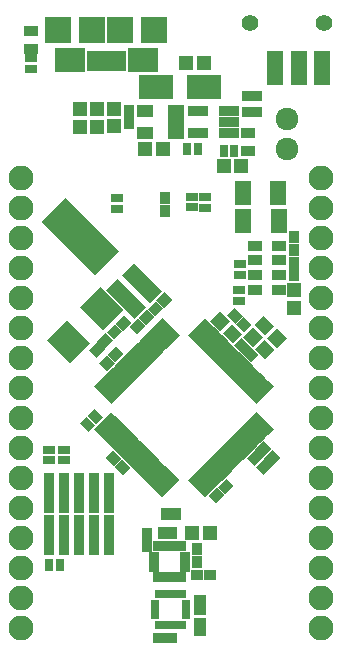
<source format=gbr>
G04 #@! TF.FileFunction,Soldermask,Top*
%FSLAX46Y46*%
G04 Gerber Fmt 4.6, Leading zero omitted, Abs format (unit mm)*
G04 Created by KiCad (PCBNEW 4.0.7) date 07/17/18 10:36:10*
%MOMM*%
%LPD*%
G01*
G04 APERTURE LIST*
%ADD10C,0.100000*%
%ADD11R,1.150000X1.200000*%
%ADD12R,0.900000X1.000000*%
%ADD13R,1.200000X1.150000*%
%ADD14R,1.000000X0.900000*%
%ADD15R,1.300000X0.900000*%
%ADD16R,2.900000X2.100000*%
%ADD17R,0.857200X3.397200*%
%ADD18C,1.924000*%
%ADD19R,0.800000X1.000000*%
%ADD20R,1.000000X0.800000*%
%ADD21R,0.654000X0.755600*%
%ADD22R,0.755600X0.654000*%
%ADD23R,0.710000X0.810000*%
%ADD24R,0.810000X0.710000*%
%ADD25R,1.238200X0.958800*%
%ADD26R,1.720800X0.958800*%
%ADD27R,1.420000X1.080000*%
%ADD28R,0.800000X1.750000*%
%ADD29R,2.500000X2.000000*%
%ADD30R,2.300000X2.300000*%
%ADD31R,1.100000X0.900000*%
%ADD32R,0.700000X0.600000*%
%ADD33R,0.900000X1.100000*%
%ADD34R,0.600000X0.700000*%
%ADD35R,1.400000X2.000000*%
%ADD36C,2.120000*%
%ADD37R,1.400000X2.900000*%
%ADD38C,1.400000*%
%ADD39R,0.699720X0.951180*%
G04 APERTURE END LIST*
D10*
X102854422Y-124428298D02*
X102092422Y-124428298D01*
X102854422Y-125828298D02*
X102854422Y-124428298D01*
X102092422Y-125828298D02*
X102854422Y-125828298D01*
X102092422Y-124428298D02*
X102092422Y-125828298D01*
X102331022Y-127069898D02*
X102635822Y-127069898D01*
X102331022Y-126866698D02*
X102331022Y-127069898D01*
X102635822Y-126866698D02*
X102331022Y-126866698D01*
X102635822Y-127069898D02*
X102635822Y-126866698D01*
X100720000Y-117851000D02*
X100720000Y-117089000D01*
X99320000Y-117851000D02*
X100720000Y-117851000D01*
X99320000Y-117089000D02*
X99320000Y-117851000D01*
X100720000Y-117089000D02*
X99320000Y-117089000D01*
X99835022Y-119220698D02*
X99835022Y-118915898D01*
X99631822Y-119220698D02*
X99835022Y-119220698D01*
X99631822Y-118915898D02*
X99631822Y-119220698D01*
X99835022Y-118915898D02*
X99631822Y-118915898D01*
G36*
X107832997Y-114099123D02*
X107196601Y-113462727D01*
X107903707Y-112755621D01*
X108540103Y-113392017D01*
X107832997Y-114099123D01*
X107832997Y-114099123D01*
G37*
G36*
X108575459Y-113356661D02*
X107939063Y-112720265D01*
X108646169Y-112013159D01*
X109282565Y-112649555D01*
X108575459Y-113356661D01*
X108575459Y-113356661D01*
G37*
G36*
X95395355Y-103238249D02*
X96031751Y-103874645D01*
X95324645Y-104581751D01*
X94688249Y-103945355D01*
X95395355Y-103238249D01*
X95395355Y-103238249D01*
G37*
G36*
X94652893Y-103980711D02*
X95289289Y-104617107D01*
X94582183Y-105324213D01*
X93945787Y-104687817D01*
X94652893Y-103980711D01*
X94652893Y-103980711D01*
G37*
G36*
X103880535Y-116521585D02*
X103244139Y-115885189D01*
X103951245Y-115178083D01*
X104587641Y-115814479D01*
X103880535Y-116521585D01*
X103880535Y-116521585D01*
G37*
G36*
X104622997Y-115779123D02*
X103986601Y-115142727D01*
X104693707Y-114435621D01*
X105330103Y-115072017D01*
X104622997Y-115779123D01*
X104622997Y-115779123D01*
G37*
G36*
X107072997Y-113339123D02*
X106436601Y-112702727D01*
X107143707Y-111995621D01*
X107780103Y-112632017D01*
X107072997Y-113339123D01*
X107072997Y-113339123D01*
G37*
G36*
X107815459Y-112596661D02*
X107179063Y-111960265D01*
X107886169Y-111253159D01*
X108522565Y-111889555D01*
X107815459Y-112596661D01*
X107815459Y-112596661D01*
G37*
G36*
X106880103Y-101422727D02*
X106243707Y-102059123D01*
X105536601Y-101352017D01*
X106172997Y-100715621D01*
X106880103Y-101422727D01*
X106880103Y-101422727D01*
G37*
G36*
X106137641Y-100680265D02*
X105501245Y-101316661D01*
X104794139Y-100609555D01*
X105430535Y-99973159D01*
X106137641Y-100680265D01*
X106137641Y-100680265D01*
G37*
G36*
X106069862Y-102165710D02*
X105256690Y-102978882D01*
X104408162Y-102130354D01*
X105221334Y-101317182D01*
X106069862Y-102165710D01*
X106069862Y-102165710D01*
G37*
G36*
X105009202Y-101105050D02*
X104196030Y-101918222D01*
X103347502Y-101069694D01*
X104160674Y-100256522D01*
X105009202Y-101105050D01*
X105009202Y-101105050D01*
G37*
G36*
X96594213Y-113497817D02*
X95957817Y-114134213D01*
X95250711Y-113427107D01*
X95887107Y-112790711D01*
X96594213Y-113497817D01*
X96594213Y-113497817D01*
G37*
G36*
X95851751Y-112755355D02*
X95215355Y-113391751D01*
X94508249Y-112684645D01*
X95144645Y-112048249D01*
X95851751Y-112755355D01*
X95851751Y-112755355D01*
G37*
G36*
X105356601Y-103142017D02*
X105992997Y-102505621D01*
X106700103Y-103212727D01*
X106063707Y-103849123D01*
X105356601Y-103142017D01*
X105356601Y-103142017D01*
G37*
G36*
X106099063Y-103884479D02*
X106735459Y-103248083D01*
X107442565Y-103955189D01*
X106806169Y-104591585D01*
X106099063Y-103884479D01*
X106099063Y-103884479D01*
G37*
G36*
X106117502Y-102429694D02*
X106930674Y-101616522D01*
X107779202Y-102465050D01*
X106966030Y-103278222D01*
X106117502Y-102429694D01*
X106117502Y-102429694D01*
G37*
G36*
X107178162Y-103490354D02*
X107991334Y-102677182D01*
X108839862Y-103525710D01*
X108026690Y-104338882D01*
X107178162Y-103490354D01*
X107178162Y-103490354D01*
G37*
G36*
X107097502Y-101459694D02*
X107910674Y-100646522D01*
X108759202Y-101495050D01*
X107946030Y-102308222D01*
X107097502Y-101459694D01*
X107097502Y-101459694D01*
G37*
G36*
X108158162Y-102520354D02*
X108971334Y-101707182D01*
X109819862Y-102555710D01*
X109006690Y-103368882D01*
X108158162Y-102520354D01*
X108158162Y-102520354D01*
G37*
D11*
X92340000Y-83160000D03*
X92340000Y-84660000D03*
X93780000Y-83140000D03*
X93780000Y-84640000D03*
X95180000Y-83120000D03*
X95180000Y-84620000D03*
D12*
X99560000Y-90710000D03*
X99560000Y-91760000D03*
D10*
G36*
X94505355Y-102098249D02*
X95141751Y-102734645D01*
X94434645Y-103441751D01*
X93798249Y-102805355D01*
X94505355Y-102098249D01*
X94505355Y-102098249D01*
G37*
G36*
X93762893Y-102840711D02*
X94399289Y-103477107D01*
X93692183Y-104184213D01*
X93055787Y-103547817D01*
X93762893Y-102840711D01*
X93762893Y-102840711D01*
G37*
G36*
X95214645Y-102681751D02*
X94578249Y-102045355D01*
X95285355Y-101338249D01*
X95921751Y-101974645D01*
X95214645Y-102681751D01*
X95214645Y-102681751D01*
G37*
G36*
X95957107Y-101939289D02*
X95320711Y-101302893D01*
X96027817Y-100595787D01*
X96664213Y-101232183D01*
X95957107Y-101939289D01*
X95957107Y-101939289D01*
G37*
G36*
X99493707Y-98635621D02*
X100130103Y-99272017D01*
X99422997Y-99979123D01*
X98786601Y-99342727D01*
X99493707Y-98635621D01*
X99493707Y-98635621D01*
G37*
G36*
X98751245Y-99378083D02*
X99387641Y-100014479D01*
X98680535Y-100721585D01*
X98044139Y-100085189D01*
X98751245Y-99378083D01*
X98751245Y-99378083D01*
G37*
G36*
X97993707Y-100115621D02*
X98630103Y-100752017D01*
X97922997Y-101459123D01*
X97286601Y-100822727D01*
X97993707Y-100115621D01*
X97993707Y-100115621D01*
G37*
G36*
X97251245Y-100858083D02*
X97887641Y-101494479D01*
X97180535Y-102201585D01*
X96544139Y-101565189D01*
X97251245Y-100858083D01*
X97251245Y-100858083D01*
G37*
D13*
X101840000Y-119030000D03*
X103340000Y-119030000D03*
D12*
X110451380Y-93997684D03*
X110451380Y-95047684D03*
X102213422Y-121478298D03*
X102213422Y-120428298D03*
D14*
X98983422Y-127928298D03*
X100033422Y-127928298D03*
D11*
X110451380Y-98457684D03*
X110451380Y-99957684D03*
D12*
X97990000Y-120150000D03*
X97990000Y-119100000D03*
X110441380Y-97207684D03*
X110441380Y-96157684D03*
D14*
X102263422Y-122638298D03*
X103313422Y-122638298D03*
D13*
X104490000Y-87940000D03*
X105990000Y-87940000D03*
X102800000Y-79260000D03*
X101300000Y-79260000D03*
X97830000Y-86550000D03*
X99330000Y-86550000D03*
D12*
X96440000Y-83280000D03*
X96440000Y-84330000D03*
D15*
X106570000Y-85200000D03*
X106570000Y-86700000D03*
D16*
X98800000Y-81250000D03*
X102800000Y-81250000D03*
D17*
X89728352Y-115691372D03*
X89728352Y-119247372D03*
X90998352Y-115691372D03*
X90998352Y-119247372D03*
X92268352Y-115691372D03*
X92268352Y-119247372D03*
X93538352Y-115691372D03*
X93538352Y-119247372D03*
X94808352Y-115691372D03*
X94808352Y-119247372D03*
D18*
X109860000Y-84010000D03*
X109860000Y-86510000D03*
D19*
X90628352Y-121717372D03*
X89728352Y-121717372D03*
D20*
X89718352Y-111977372D03*
X89718352Y-112877372D03*
D10*
G36*
X93547641Y-108550976D02*
X94254748Y-109258083D01*
X93689063Y-109823768D01*
X92981956Y-109116661D01*
X93547641Y-108550976D01*
X93547641Y-108550976D01*
G37*
G36*
X92911245Y-109187372D02*
X93618352Y-109894479D01*
X93052667Y-110460164D01*
X92345560Y-109753057D01*
X92911245Y-109187372D01*
X92911245Y-109187372D01*
G37*
D20*
X90998352Y-111977372D03*
X90998352Y-112877372D03*
X105871380Y-96297684D03*
X105871380Y-97197684D03*
X105811380Y-99357684D03*
X105811380Y-98457684D03*
X101780000Y-91480000D03*
X101780000Y-90580000D03*
X102870000Y-91490000D03*
X102870000Y-90590000D03*
X95460000Y-90700000D03*
X95460000Y-91600000D03*
D19*
X105380000Y-86700000D03*
X104480000Y-86700000D03*
X101410000Y-86510000D03*
X102310000Y-86510000D03*
D10*
G36*
X101951041Y-114092954D02*
X103410297Y-115552210D01*
X102929889Y-116032618D01*
X101470633Y-114573362D01*
X101951041Y-114092954D01*
X101951041Y-114092954D01*
G37*
G36*
X102304594Y-113739401D02*
X103763850Y-115198657D01*
X103283442Y-115679065D01*
X101824186Y-114219809D01*
X102304594Y-113739401D01*
X102304594Y-113739401D01*
G37*
G36*
X102658148Y-113385847D02*
X104117404Y-114845103D01*
X103636996Y-115325511D01*
X102177740Y-113866255D01*
X102658148Y-113385847D01*
X102658148Y-113385847D01*
G37*
G36*
X103011700Y-113032294D02*
X104470956Y-114491550D01*
X103990548Y-114971958D01*
X102531292Y-113512702D01*
X103011700Y-113032294D01*
X103011700Y-113032294D01*
G37*
G36*
X103365255Y-112678739D02*
X104824511Y-114137995D01*
X104344103Y-114618403D01*
X102884847Y-113159147D01*
X103365255Y-112678739D01*
X103365255Y-112678739D01*
G37*
G36*
X103718808Y-112325187D02*
X105178064Y-113784443D01*
X104697656Y-114264851D01*
X103238400Y-112805595D01*
X103718808Y-112325187D01*
X103718808Y-112325187D01*
G37*
G36*
X104072361Y-111971634D02*
X105531617Y-113430890D01*
X105051209Y-113911298D01*
X103591953Y-112452042D01*
X104072361Y-111971634D01*
X104072361Y-111971634D01*
G37*
G36*
X104425915Y-111618080D02*
X105885171Y-113077336D01*
X105404763Y-113557744D01*
X103945507Y-112098488D01*
X104425915Y-111618080D01*
X104425915Y-111618080D01*
G37*
G36*
X104779468Y-111264527D02*
X106238724Y-112723783D01*
X105758316Y-113204191D01*
X104299060Y-111744935D01*
X104779468Y-111264527D01*
X104779468Y-111264527D01*
G37*
G36*
X105133022Y-110910973D02*
X106592278Y-112370229D01*
X106111870Y-112850637D01*
X104652614Y-111391381D01*
X105133022Y-110910973D01*
X105133022Y-110910973D01*
G37*
G36*
X105486575Y-110557420D02*
X106945831Y-112016676D01*
X106465423Y-112497084D01*
X105006167Y-111037828D01*
X105486575Y-110557420D01*
X105486575Y-110557420D01*
G37*
G36*
X105840127Y-110203867D02*
X107299383Y-111663123D01*
X106818975Y-112143531D01*
X105359719Y-110684275D01*
X105840127Y-110203867D01*
X105840127Y-110203867D01*
G37*
G36*
X106193682Y-109850312D02*
X107652938Y-111309568D01*
X107172530Y-111789976D01*
X105713274Y-110330720D01*
X106193682Y-109850312D01*
X106193682Y-109850312D01*
G37*
G36*
X106547235Y-109496760D02*
X108006491Y-110956016D01*
X107526083Y-111436424D01*
X106066827Y-109977168D01*
X106547235Y-109496760D01*
X106547235Y-109496760D01*
G37*
G36*
X106900789Y-109143206D02*
X108360045Y-110602462D01*
X107879637Y-111082870D01*
X106420381Y-109623614D01*
X106900789Y-109143206D01*
X106900789Y-109143206D01*
G37*
G36*
X107254342Y-108789653D02*
X108713598Y-110248909D01*
X108233190Y-110729317D01*
X106773934Y-109270061D01*
X107254342Y-108789653D01*
X107254342Y-108789653D01*
G37*
G36*
X108713598Y-106625835D02*
X107254342Y-108085091D01*
X106773934Y-107604683D01*
X108233190Y-106145427D01*
X108713598Y-106625835D01*
X108713598Y-106625835D01*
G37*
G36*
X108360045Y-106272282D02*
X106900789Y-107731538D01*
X106420381Y-107251130D01*
X107879637Y-105791874D01*
X108360045Y-106272282D01*
X108360045Y-106272282D01*
G37*
G36*
X108006491Y-105918728D02*
X106547235Y-107377984D01*
X106066827Y-106897576D01*
X107526083Y-105438320D01*
X108006491Y-105918728D01*
X108006491Y-105918728D01*
G37*
G36*
X107652938Y-105565176D02*
X106193682Y-107024432D01*
X105713274Y-106544024D01*
X107172530Y-105084768D01*
X107652938Y-105565176D01*
X107652938Y-105565176D01*
G37*
G36*
X107299383Y-105211621D02*
X105840127Y-106670877D01*
X105359719Y-106190469D01*
X106818975Y-104731213D01*
X107299383Y-105211621D01*
X107299383Y-105211621D01*
G37*
G36*
X106945831Y-104858068D02*
X105486575Y-106317324D01*
X105006167Y-105836916D01*
X106465423Y-104377660D01*
X106945831Y-104858068D01*
X106945831Y-104858068D01*
G37*
G36*
X106592278Y-104504515D02*
X105133022Y-105963771D01*
X104652614Y-105483363D01*
X106111870Y-104024107D01*
X106592278Y-104504515D01*
X106592278Y-104504515D01*
G37*
G36*
X106238724Y-104150961D02*
X104779468Y-105610217D01*
X104299060Y-105129809D01*
X105758316Y-103670553D01*
X106238724Y-104150961D01*
X106238724Y-104150961D01*
G37*
G36*
X105885171Y-103797408D02*
X104425915Y-105256664D01*
X103945507Y-104776256D01*
X105404763Y-103317000D01*
X105885171Y-103797408D01*
X105885171Y-103797408D01*
G37*
G36*
X105531617Y-103443854D02*
X104072361Y-104903110D01*
X103591953Y-104422702D01*
X105051209Y-102963446D01*
X105531617Y-103443854D01*
X105531617Y-103443854D01*
G37*
G36*
X105178064Y-103090301D02*
X103718808Y-104549557D01*
X103238400Y-104069149D01*
X104697656Y-102609893D01*
X105178064Y-103090301D01*
X105178064Y-103090301D01*
G37*
G36*
X104824511Y-102736749D02*
X103365255Y-104196005D01*
X102884847Y-103715597D01*
X104344103Y-102256341D01*
X104824511Y-102736749D01*
X104824511Y-102736749D01*
G37*
G36*
X104470956Y-102383194D02*
X103011700Y-103842450D01*
X102531292Y-103362042D01*
X103990548Y-101902786D01*
X104470956Y-102383194D01*
X104470956Y-102383194D01*
G37*
G36*
X104117404Y-102029641D02*
X102658148Y-103488897D01*
X102177740Y-103008489D01*
X103636996Y-101549233D01*
X104117404Y-102029641D01*
X104117404Y-102029641D01*
G37*
G36*
X103763850Y-101676087D02*
X102304594Y-103135343D01*
X101824186Y-102654935D01*
X103283442Y-101195679D01*
X103763850Y-101676087D01*
X103763850Y-101676087D01*
G37*
G36*
X103410297Y-101322534D02*
X101951041Y-102781790D01*
X101470633Y-102301382D01*
X102929889Y-100842126D01*
X103410297Y-101322534D01*
X103410297Y-101322534D01*
G37*
G36*
X99306815Y-100842126D02*
X100766071Y-102301382D01*
X100285663Y-102781790D01*
X98826407Y-101322534D01*
X99306815Y-100842126D01*
X99306815Y-100842126D01*
G37*
G36*
X98953262Y-101195679D02*
X100412518Y-102654935D01*
X99932110Y-103135343D01*
X98472854Y-101676087D01*
X98953262Y-101195679D01*
X98953262Y-101195679D01*
G37*
G36*
X98599708Y-101549233D02*
X100058964Y-103008489D01*
X99578556Y-103488897D01*
X98119300Y-102029641D01*
X98599708Y-101549233D01*
X98599708Y-101549233D01*
G37*
G36*
X98246156Y-101902786D02*
X99705412Y-103362042D01*
X99225004Y-103842450D01*
X97765748Y-102383194D01*
X98246156Y-101902786D01*
X98246156Y-101902786D01*
G37*
G36*
X97892601Y-102256341D02*
X99351857Y-103715597D01*
X98871449Y-104196005D01*
X97412193Y-102736749D01*
X97892601Y-102256341D01*
X97892601Y-102256341D01*
G37*
G36*
X97539048Y-102609893D02*
X98998304Y-104069149D01*
X98517896Y-104549557D01*
X97058640Y-103090301D01*
X97539048Y-102609893D01*
X97539048Y-102609893D01*
G37*
G36*
X97185495Y-102963446D02*
X98644751Y-104422702D01*
X98164343Y-104903110D01*
X96705087Y-103443854D01*
X97185495Y-102963446D01*
X97185495Y-102963446D01*
G37*
G36*
X96831941Y-103317000D02*
X98291197Y-104776256D01*
X97810789Y-105256664D01*
X96351533Y-103797408D01*
X96831941Y-103317000D01*
X96831941Y-103317000D01*
G37*
G36*
X96478388Y-103670553D02*
X97937644Y-105129809D01*
X97457236Y-105610217D01*
X95997980Y-104150961D01*
X96478388Y-103670553D01*
X96478388Y-103670553D01*
G37*
G36*
X96124834Y-104024107D02*
X97584090Y-105483363D01*
X97103682Y-105963771D01*
X95644426Y-104504515D01*
X96124834Y-104024107D01*
X96124834Y-104024107D01*
G37*
G36*
X95771281Y-104377660D02*
X97230537Y-105836916D01*
X96750129Y-106317324D01*
X95290873Y-104858068D01*
X95771281Y-104377660D01*
X95771281Y-104377660D01*
G37*
G36*
X95417729Y-104731213D02*
X96876985Y-106190469D01*
X96396577Y-106670877D01*
X94937321Y-105211621D01*
X95417729Y-104731213D01*
X95417729Y-104731213D01*
G37*
G36*
X95064174Y-105084768D02*
X96523430Y-106544024D01*
X96043022Y-107024432D01*
X94583766Y-105565176D01*
X95064174Y-105084768D01*
X95064174Y-105084768D01*
G37*
G36*
X94710621Y-105438320D02*
X96169877Y-106897576D01*
X95689469Y-107377984D01*
X94230213Y-105918728D01*
X94710621Y-105438320D01*
X94710621Y-105438320D01*
G37*
G36*
X94357067Y-105791874D02*
X95816323Y-107251130D01*
X95335915Y-107731538D01*
X93876659Y-106272282D01*
X94357067Y-105791874D01*
X94357067Y-105791874D01*
G37*
G36*
X94003514Y-106145427D02*
X95462770Y-107604683D01*
X94982362Y-108085091D01*
X93523106Y-106625835D01*
X94003514Y-106145427D01*
X94003514Y-106145427D01*
G37*
G36*
X95462770Y-109270061D02*
X94003514Y-110729317D01*
X93523106Y-110248909D01*
X94982362Y-108789653D01*
X95462770Y-109270061D01*
X95462770Y-109270061D01*
G37*
G36*
X95816323Y-109623614D02*
X94357067Y-111082870D01*
X93876659Y-110602462D01*
X95335915Y-109143206D01*
X95816323Y-109623614D01*
X95816323Y-109623614D01*
G37*
G36*
X96169877Y-109977168D02*
X94710621Y-111436424D01*
X94230213Y-110956016D01*
X95689469Y-109496760D01*
X96169877Y-109977168D01*
X96169877Y-109977168D01*
G37*
G36*
X96523430Y-110330720D02*
X95064174Y-111789976D01*
X94583766Y-111309568D01*
X96043022Y-109850312D01*
X96523430Y-110330720D01*
X96523430Y-110330720D01*
G37*
G36*
X96876985Y-110684275D02*
X95417729Y-112143531D01*
X94937321Y-111663123D01*
X96396577Y-110203867D01*
X96876985Y-110684275D01*
X96876985Y-110684275D01*
G37*
G36*
X97230537Y-111037828D02*
X95771281Y-112497084D01*
X95290873Y-112016676D01*
X96750129Y-110557420D01*
X97230537Y-111037828D01*
X97230537Y-111037828D01*
G37*
G36*
X97584090Y-111391381D02*
X96124834Y-112850637D01*
X95644426Y-112370229D01*
X97103682Y-110910973D01*
X97584090Y-111391381D01*
X97584090Y-111391381D01*
G37*
G36*
X97937644Y-111744935D02*
X96478388Y-113204191D01*
X95997980Y-112723783D01*
X97457236Y-111264527D01*
X97937644Y-111744935D01*
X97937644Y-111744935D01*
G37*
G36*
X98291197Y-112098488D02*
X96831941Y-113557744D01*
X96351533Y-113077336D01*
X97810789Y-111618080D01*
X98291197Y-112098488D01*
X98291197Y-112098488D01*
G37*
G36*
X98644751Y-112452042D02*
X97185495Y-113911298D01*
X96705087Y-113430890D01*
X98164343Y-111971634D01*
X98644751Y-112452042D01*
X98644751Y-112452042D01*
G37*
G36*
X98998304Y-112805595D02*
X97539048Y-114264851D01*
X97058640Y-113784443D01*
X98517896Y-112325187D01*
X98998304Y-112805595D01*
X98998304Y-112805595D01*
G37*
G36*
X99351857Y-113159147D02*
X97892601Y-114618403D01*
X97412193Y-114137995D01*
X98871449Y-112678739D01*
X99351857Y-113159147D01*
X99351857Y-113159147D01*
G37*
G36*
X99705412Y-113512702D02*
X98246156Y-114971958D01*
X97765748Y-114491550D01*
X99225004Y-113032294D01*
X99705412Y-113512702D01*
X99705412Y-113512702D01*
G37*
G36*
X100058964Y-113866255D02*
X98599708Y-115325511D01*
X98119300Y-114845103D01*
X99578556Y-113385847D01*
X100058964Y-113866255D01*
X100058964Y-113866255D01*
G37*
G36*
X100412518Y-114219809D02*
X98953262Y-115679065D01*
X98472854Y-115198657D01*
X99932110Y-113739401D01*
X100412518Y-114219809D01*
X100412518Y-114219809D01*
G37*
G36*
X100766071Y-114573362D02*
X99306815Y-116032618D01*
X98826407Y-115552210D01*
X100285663Y-114092954D01*
X100766071Y-114573362D01*
X100766071Y-114573362D01*
G37*
D21*
X98983422Y-126870698D03*
X99483424Y-126870698D03*
X99983423Y-126870698D03*
X100483422Y-126870698D03*
X100983424Y-126870698D03*
D22*
X101329623Y-126024497D03*
X101329623Y-125524498D03*
X101329623Y-125024499D03*
D21*
X100983424Y-124178298D03*
X100483422Y-124178298D03*
X99983423Y-124178298D03*
X99483424Y-124178298D03*
X98983422Y-124178298D03*
D22*
X98637223Y-125024499D03*
X98637223Y-125524498D03*
X98637223Y-126024497D03*
D23*
X100943422Y-120158298D03*
X100443422Y-120158298D03*
X99913422Y-120158298D03*
X99383422Y-120158298D03*
X98883422Y-120158298D03*
D24*
X98593422Y-120948298D03*
X98593422Y-121478298D03*
X98593422Y-122008298D03*
D23*
X98883422Y-122798298D03*
X99383422Y-122798298D03*
X99913422Y-122798298D03*
X100443422Y-122798298D03*
X100943422Y-122798298D03*
D24*
X101233422Y-122008298D03*
X101233422Y-121478298D03*
X101233422Y-120948298D03*
D25*
X109157980Y-98457684D03*
X109157980Y-97207684D03*
X109157980Y-95957684D03*
X109157980Y-94707684D03*
X107151380Y-94707684D03*
X107151380Y-95957684D03*
X107151380Y-97207684D03*
X107151380Y-98457684D03*
D26*
X104900000Y-85190000D03*
X104900000Y-84239999D03*
X104900000Y-83289998D03*
X102309200Y-83289998D03*
X102309200Y-85190000D03*
D27*
X100490000Y-85180000D03*
X100490000Y-84230000D03*
X100490000Y-83280000D03*
X97830000Y-83280000D03*
X97830000Y-85180000D03*
D10*
G36*
X94028579Y-98181522D02*
X96008478Y-100161421D01*
X94311421Y-101858478D01*
X92331522Y-99878579D01*
X94028579Y-98181522D01*
X94028579Y-98181522D01*
G37*
G36*
X91200151Y-101009950D02*
X93180050Y-102989849D01*
X91482993Y-104686906D01*
X89503094Y-102707007D01*
X91200151Y-101009950D01*
X91200151Y-101009950D01*
G37*
D28*
X94540000Y-79105000D03*
X95190000Y-79105000D03*
X95840000Y-79105000D03*
X93890000Y-79105000D03*
X93240000Y-79105000D03*
D29*
X97640000Y-78980000D03*
X91440000Y-78980000D03*
D30*
X95740000Y-76430000D03*
X93340000Y-76430000D03*
X90490000Y-76430000D03*
X98590000Y-76430000D03*
D31*
X102473422Y-125528298D03*
X102473422Y-124728298D03*
X102483422Y-126618298D03*
X102483422Y-127318298D03*
D32*
X102483422Y-126968298D03*
D33*
X99620000Y-117470000D03*
X100420000Y-117470000D03*
X99383422Y-119068298D03*
X100083422Y-119068298D03*
D34*
X99733422Y-119068298D03*
D35*
X109141380Y-92587684D03*
X106141380Y-92587684D03*
X109111380Y-90247684D03*
X106111380Y-90247684D03*
D10*
G36*
X96879191Y-96164759D02*
X99283354Y-98568922D01*
X98293405Y-99558871D01*
X95889242Y-97154708D01*
X96879191Y-96164759D01*
X96879191Y-96164759D01*
G37*
G36*
X95535688Y-97508262D02*
X97939851Y-99912425D01*
X96949902Y-100902374D01*
X94545739Y-98498211D01*
X95535688Y-97508262D01*
X95535688Y-97508262D01*
G37*
G36*
X91080915Y-90649325D02*
X95606399Y-95174809D01*
X93555789Y-97225419D01*
X89030305Y-92699935D01*
X91080915Y-90649325D01*
X91080915Y-90649325D01*
G37*
D15*
X88150000Y-76560000D03*
X88150000Y-78060000D03*
D20*
X88160000Y-78820000D03*
X88160000Y-79720000D03*
D36*
X112700000Y-88950000D03*
X112700000Y-91490000D03*
X112700000Y-94030000D03*
X112700000Y-96570000D03*
X112700000Y-99110000D03*
X112700000Y-101650000D03*
X112700000Y-104190000D03*
X112700000Y-106730000D03*
X112700000Y-109270000D03*
X112700000Y-111810000D03*
X112700000Y-114350000D03*
X112700000Y-116890000D03*
X112700000Y-119430000D03*
X112700000Y-121970000D03*
X112700000Y-124510000D03*
X112700000Y-127050000D03*
X87300000Y-88950000D03*
X87300000Y-91490000D03*
X87300000Y-94030000D03*
X87300000Y-96570000D03*
X87300000Y-99110000D03*
X87300000Y-101650000D03*
X87300000Y-104190000D03*
X87300000Y-106730000D03*
X87300000Y-109270000D03*
X87300000Y-111810000D03*
X87300000Y-114350000D03*
X87300000Y-116890000D03*
X87300000Y-119430000D03*
X87300000Y-121970000D03*
X87300000Y-124510000D03*
X87300000Y-127050000D03*
D37*
X108850000Y-79650000D03*
X110850000Y-79650000D03*
X112850000Y-79650000D03*
D38*
X106700000Y-75900000D03*
X113000000Y-75900000D03*
D39*
X107367840Y-82066900D03*
X106870000Y-82066900D03*
X106372160Y-82066900D03*
X106372160Y-83413100D03*
X106870000Y-83413100D03*
X107367840Y-83413100D03*
M02*

</source>
